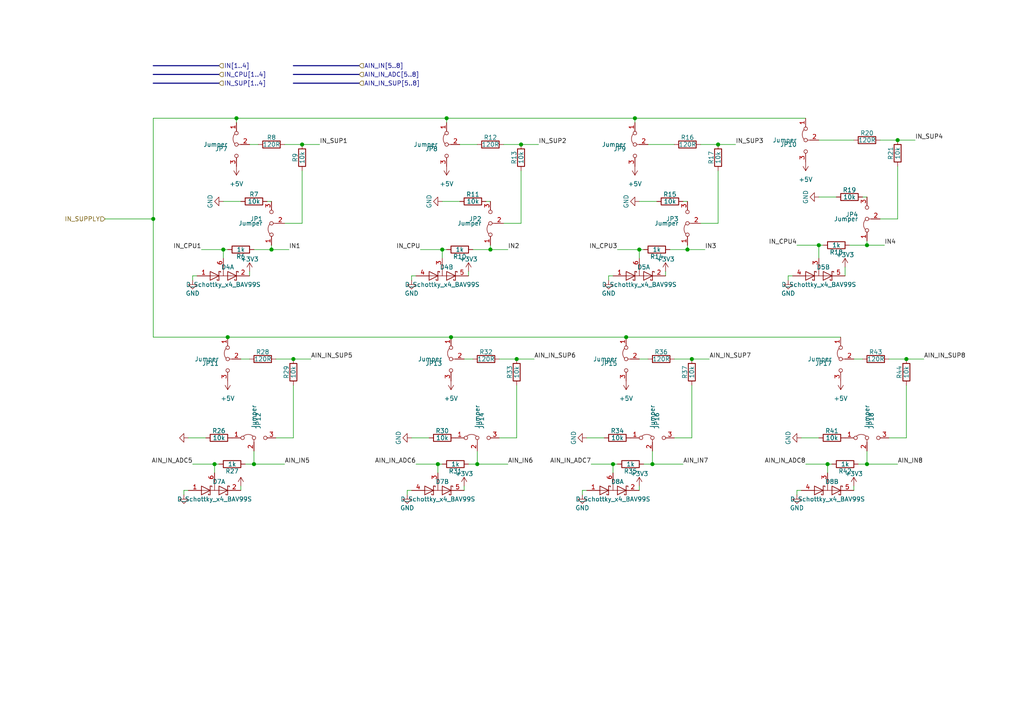
<source format=kicad_sch>
(kicad_sch (version 20201015) (generator eeschema)
  (page 1 12)
  (paper "A4")
  (title_block (title "Uni printer") (date "2020-04-30") (rev "2.0") (company "Kartech") (comment 1 "jaroslaw.karwik@gmail.com"))
  (lib_symbols
    (symbol "Uni_Printer-rescue:+5V-power" (power) (pin_names (offset 0))
      (property "Value" "+5V-power" (at 0 3.556 0))
      (symbol "+5V-power_0_1"
        (polyline (pts (xy -0.762 1.27) (xy 0 2.54)))
        (polyline (pts (xy 0 0) (xy 0 2.54)))
        (polyline (pts (xy 0 2.54) (xy 0.762 1.27)))
      )
      (symbol "+5V-power_1_1"
        (pin power_in line (at 0 0 90) (length 0) hide (name "+5V") (number "1"))
      )
    )
    (symbol "Uni_Printer-rescue:D_Schottky_x4_BAV99S-RESCUE-step2cnc-Sensor_tank_v1-rescue-Uni_General_v1-rescue-Uni_Printer_v1-rescue" (pin_names (offset 0.762) hide)
      (property "Reference" "D" (at 1.27 -2.54 0))
      (property "Value" "D_Schottky_x4_BAV99S-RESCUE-step2cnc-Sensor_tank_v1-rescue-Uni_General_v1-rescue-Uni_Printer_v1-rescue" (at 0 2.54 0))
      (symbol "D_Schottky_x4_BAV99S-RESCUE-step2cnc-Sensor_tank_v1-rescue-Uni_General_v1-rescue-Uni_Printer_v1-rescue_0_1"
        (polyline (pts (xy 0 0) (xy 0 -2.54)))
        (polyline (pts (xy 3.81 0) (xy -3.81 0)))
        (polyline (pts (xy -1.27 -1.27) (xy -1.27 1.27) (xy -1.27 1.27)) (stroke (width 0.2032)))
        (polyline (pts (xy 3.81 1.27) (xy 3.81 -1.27) (xy 3.81 -1.27)) (stroke (width 0.2032)))
        (polyline (pts (xy -1.27 -1.27) (xy -0.762 -1.27) (xy -0.762 -1.016) (xy -0.762 -1.016)) (stroke (width 0.2032)))
        (polyline (pts (xy 3.81 -1.27) (xy 4.318 -1.27) (xy 4.318 -1.016) (xy 4.318 -1.016)) (stroke (width 0.2032)))
        (polyline (pts (xy 3.81 1.27) (xy 3.302 1.27) (xy 3.302 1.016) (xy 3.302 1.016)) (stroke (width 0.2032)))
        (polyline (pts (xy -1.778 1.016) (xy -1.778 1.27) (xy -1.27 1.27) (xy -1.27 1.27) (xy -1.27 1.27)) (stroke (width 0.2032)))
        (polyline (pts (xy -3.81 1.27) (xy -1.27 0) (xy -3.81 -1.27) (xy -3.81 1.27) (xy -3.81 1.27) (xy -3.81 1.27)) (stroke (width 0.2032)))
        (polyline (pts (xy 1.27 1.27) (xy 3.81 0) (xy 1.27 -1.27) (xy 1.27 1.27) (xy 1.27 1.27) (xy 1.27 1.27)) (stroke (width 0.2032)))
      )
      (symbol "D_Schottky_x4_BAV99S-RESCUE-step2cnc-Sensor_tank_v1-rescue-Uni_General_v1-rescue-Uni_Printer_v1-rescue_1_1"
        (pin passive line (at -7.62 0 0) (length 3.81) (name "A") (number "1"))
        (pin passive line (at 7.62 0 180) (length 3.81) (name "K") (number "2"))
        (pin passive line (at 0 -5.08 90) (length 2.54) (name "C") (number "6"))
      )
      (symbol "D_Schottky_x4_BAV99S-RESCUE-step2cnc-Sensor_tank_v1-rescue-Uni_General_v1-rescue-Uni_Printer_v1-rescue_2_1"
        (pin passive line (at 0 -5.08 90) (length 2.54) (name "C") (number "3"))
        (pin passive line (at -7.62 0 0) (length 3.81) (name "A") (number "4"))
        (pin passive line (at 7.62 0 180) (length 3.81) (name "K") (number "5"))
      )
    )
    (symbol "Uni_Printer-rescue:GND-Sensor_tank_v1-rescue-Uni_General_v1-rescue-Uni_Printer_v1-rescue" (power) (pin_names (offset 0))
      (property "Value" "GND-Sensor_tank_v1-rescue-Uni_General_v1-rescue-Uni_Printer_v1-rescue" (at 0 -3.81 0))
      (symbol "GND-Sensor_tank_v1-rescue-Uni_General_v1-rescue-Uni_Printer_v1-rescue_0_1"
        (polyline (pts (xy 0 0) (xy 0 -1.27) (xy 1.27 -1.27) (xy 0 -2.54) (xy -1.27 -1.27) (xy 0 -1.27)))
      )
      (symbol "GND-Sensor_tank_v1-rescue-Uni_General_v1-rescue-Uni_Printer_v1-rescue_1_1"
        (pin power_in line (at 0 0 270) (length 0) hide (name "GND") (number "1"))
      )
    )
    (symbol "Uni_Printer-rescue:Jumper_3_Bridged12-Jumper" (pin_names (offset 0) hide)
      (property "Reference" "JP" (at -2.54 -2.54 0))
      (property "Value" "Jumper_3_Bridged12-Jumper" (at 0 2.794 0))
      (symbol "Jumper_3_Bridged12-Jumper_0_0"
        (circle (center -3.302 0) (radius 0.508))
        (circle (center 0 0) (radius 0.508))
        (circle (center 3.302 0) (radius 0.508))
      )
      (symbol "Jumper_3_Bridged12-Jumper_0_1"
        (arc (start -3.048 0.508) (end -0.254 0.508) (radius (at -1.651 -1.27) (length 2.2606) (angles 128.2 51.8)))
        (polyline (pts (xy 0 -1.27) (xy 0 -0.508)))
      )
      (symbol "Jumper_3_Bridged12-Jumper_1_1"
        (pin passive line (at -6.35 0 0) (length 2.54) (name "A") (number "1"))
        (pin input line (at 0 -3.81 90) (length 2.54) (name "C") (number "2"))
        (pin passive line (at 6.35 0 180) (length 2.54) (name "B") (number "3"))
      )
    )
    (symbol "Uni_Printer-rescue:R-Sensor_tank_v1-rescue-Uni_General_v1-rescue-Uni_Printer_v1-rescue" (pin_numbers hide) (pin_names (offset 0))
      (property "Reference" "R" (at 2.032 0 90))
      (property "Value" "R-Sensor_tank_v1-rescue-Uni_General_v1-rescue-Uni_Printer_v1-rescue" (at 0 0 90))
      (symbol "R-Sensor_tank_v1-rescue-Uni_General_v1-rescue-Uni_Printer_v1-rescue_0_1"
        (rectangle (start -1.016 -2.54) (end 1.016 2.54) (stroke (width 0.254)))
      )
      (symbol "R-Sensor_tank_v1-rescue-Uni_General_v1-rescue-Uni_Printer_v1-rescue_1_1"
        (pin passive line (at 0 3.81 270) (length 1.27) (name "~") (number "1"))
        (pin passive line (at 0 -3.81 90) (length 1.27) (name "~") (number "2"))
      )
    )
    (symbol "power:+3V3" (power) (pin_names (offset 0))
      (property "Value" "+3V3" (at 0 3.556 0))
      (symbol "+3V3_0_1"
        (polyline (pts (xy -0.762 1.27) (xy 0 2.54)))
        (polyline (pts (xy 0 0) (xy 0 2.54)))
        (polyline (pts (xy 0 2.54) (xy 0.762 1.27)))
      )
      (symbol "+3V3_1_1"
        (pin power_in line (at 0 0 90) (length 0) hide (name "+3V3") (number "1"))
      )
    )
  )
  (junction (at 44.45 63.5) (diameter 1.016))
  (junction (at 62.23 134.62) (diameter 1.016))
  (junction (at 64.77 72.39) (diameter 1.016))
  (junction (at 66.04 97.79) (diameter 1.016))
  (junction (at 68.58 34.29) (diameter 1.016))
  (junction (at 73.66 134.62) (diameter 1.016))
  (junction (at 78.74 72.39) (diameter 1.016))
  (junction (at 85.09 104.14) (diameter 1.016))
  (junction (at 87.63 41.91) (diameter 1.016))
  (junction (at 127 134.62) (diameter 1.016))
  (junction (at 128.27 72.39) (diameter 1.016))
  (junction (at 129.54 34.29) (diameter 1.016))
  (junction (at 130.81 97.79) (diameter 1.016))
  (junction (at 138.43 134.62) (diameter 1.016))
  (junction (at 142.24 72.39) (diameter 1.016))
  (junction (at 149.86 104.14) (diameter 1.016))
  (junction (at 151.13 41.91) (diameter 1.016))
  (junction (at 177.8 134.62) (diameter 1.016))
  (junction (at 181.61 97.79) (diameter 1.016))
  (junction (at 184.15 34.29) (diameter 1.016))
  (junction (at 185.42 72.39) (diameter 1.016))
  (junction (at 189.23 134.62) (diameter 1.016))
  (junction (at 199.39 72.39) (diameter 1.016))
  (junction (at 200.66 104.14) (diameter 1.016))
  (junction (at 208.28 41.91) (diameter 1.016))
  (junction (at 237.49 71.12) (diameter 1.016))
  (junction (at 240.03 134.62) (diameter 1.016))
  (junction (at 251.46 71.12) (diameter 1.016))
  (junction (at 251.46 134.62) (diameter 1.016))
  (junction (at 260.35 40.64) (diameter 1.016))
  (junction (at 262.89 104.14) (diameter 1.016))
  (wire (pts (xy 30.48 63.5) (xy 44.45 63.5)))
  (wire (pts (xy 44.45 34.29) (xy 44.45 63.5)))
  (wire (pts (xy 44.45 63.5) (xy 44.45 97.79)))
  (wire (pts (xy 44.45 97.79) (xy 66.04 97.79)))
  (wire (pts (xy 53.34 142.24) (xy 53.34 143.51)))
  (wire (pts (xy 54.61 142.24) (xy 53.34 142.24)))
  (wire (pts (xy 55.88 80.01) (xy 55.88 81.28)))
  (wire (pts (xy 55.88 134.62) (xy 62.23 134.62)))
  (wire (pts (xy 57.15 80.01) (xy 55.88 80.01)))
  (wire (pts (xy 58.42 72.39) (xy 64.77 72.39)))
  (wire (pts (xy 59.69 127) (xy 54.61 127)))
  (wire (pts (xy 62.23 134.62) (xy 62.23 137.16)))
  (wire (pts (xy 62.23 134.62) (xy 63.5 134.62)))
  (wire (pts (xy 64.77 72.39) (xy 64.77 74.93)))
  (wire (pts (xy 64.77 72.39) (xy 66.04 72.39)))
  (wire (pts (xy 66.04 97.79) (xy 130.81 97.79)))
  (wire (pts (xy 68.58 34.29) (xy 44.45 34.29)))
  (wire (pts (xy 68.58 34.29) (xy 68.58 35.56)))
  (wire (pts (xy 69.85 58.42) (xy 64.77 58.42)))
  (wire (pts (xy 69.85 104.14) (xy 72.39 104.14)))
  (wire (pts (xy 69.85 142.24) (xy 69.85 140.97)))
  (wire (pts (xy 71.12 134.62) (xy 73.66 134.62)))
  (wire (pts (xy 72.39 41.91) (xy 74.93 41.91)))
  (wire (pts (xy 72.39 80.01) (xy 72.39 78.74)))
  (wire (pts (xy 73.66 72.39) (xy 78.74 72.39)))
  (wire (pts (xy 73.66 130.81) (xy 73.66 134.62)))
  (wire (pts (xy 73.66 134.62) (xy 82.55 134.62)))
  (wire (pts (xy 78.74 58.42) (xy 77.47 58.42)))
  (wire (pts (xy 78.74 71.12) (xy 78.74 72.39)))
  (wire (pts (xy 78.74 72.39) (xy 83.82 72.39)))
  (wire (pts (xy 80.01 104.14) (xy 85.09 104.14)))
  (wire (pts (xy 80.01 127) (xy 85.09 127)))
  (wire (pts (xy 82.55 41.91) (xy 87.63 41.91)))
  (wire (pts (xy 82.55 64.77) (xy 87.63 64.77)))
  (wire (pts (xy 85.09 104.14) (xy 90.17 104.14)))
  (wire (pts (xy 85.09 127) (xy 85.09 111.76)))
  (wire (pts (xy 87.63 41.91) (xy 92.71 41.91)))
  (wire (pts (xy 87.63 64.77) (xy 87.63 49.53)))
  (wire (pts (xy 118.11 142.24) (xy 118.11 143.51)))
  (wire (pts (xy 119.38 80.01) (xy 119.38 81.28)))
  (wire (pts (xy 119.38 142.24) (xy 118.11 142.24)))
  (wire (pts (xy 120.65 80.01) (xy 119.38 80.01)))
  (wire (pts (xy 120.65 134.62) (xy 127 134.62)))
  (wire (pts (xy 121.92 72.39) (xy 128.27 72.39)))
  (wire (pts (xy 124.46 127) (xy 119.38 127)))
  (wire (pts (xy 127 134.62) (xy 127 137.16)))
  (wire (pts (xy 127 134.62) (xy 128.27 134.62)))
  (wire (pts (xy 128.27 72.39) (xy 128.27 74.93)))
  (wire (pts (xy 128.27 72.39) (xy 129.54 72.39)))
  (wire (pts (xy 129.54 34.29) (xy 68.58 34.29)))
  (wire (pts (xy 129.54 34.29) (xy 129.54 35.56)))
  (wire (pts (xy 130.81 97.79) (xy 181.61 97.79)))
  (wire (pts (xy 133.35 41.91) (xy 138.43 41.91)))
  (wire (pts (xy 133.35 58.42) (xy 128.27 58.42)))
  (wire (pts (xy 134.62 104.14) (xy 137.16 104.14)))
  (wire (pts (xy 134.62 142.24) (xy 134.62 140.97)))
  (wire (pts (xy 135.89 80.01) (xy 135.89 78.74)))
  (wire (pts (xy 135.89 134.62) (xy 138.43 134.62)))
  (wire (pts (xy 137.16 72.39) (xy 142.24 72.39)))
  (wire (pts (xy 138.43 130.81) (xy 138.43 134.62)))
  (wire (pts (xy 138.43 134.62) (xy 147.32 134.62)))
  (wire (pts (xy 142.24 58.42) (xy 140.97 58.42)))
  (wire (pts (xy 142.24 71.12) (xy 142.24 72.39)))
  (wire (pts (xy 142.24 72.39) (xy 147.32 72.39)))
  (wire (pts (xy 144.78 104.14) (xy 149.86 104.14)))
  (wire (pts (xy 144.78 127) (xy 149.86 127)))
  (wire (pts (xy 146.05 41.91) (xy 151.13 41.91)))
  (wire (pts (xy 146.05 64.77) (xy 151.13 64.77)))
  (wire (pts (xy 149.86 104.14) (xy 154.94 104.14)))
  (wire (pts (xy 149.86 127) (xy 149.86 111.76)))
  (wire (pts (xy 151.13 41.91) (xy 156.21 41.91)))
  (wire (pts (xy 151.13 64.77) (xy 151.13 49.53)))
  (wire (pts (xy 168.91 142.24) (xy 168.91 143.51)))
  (wire (pts (xy 170.18 142.24) (xy 168.91 142.24)))
  (wire (pts (xy 171.45 134.62) (xy 177.8 134.62)))
  (wire (pts (xy 175.26 127) (xy 170.18 127)))
  (wire (pts (xy 176.53 80.01) (xy 176.53 81.28)))
  (wire (pts (xy 177.8 80.01) (xy 176.53 80.01)))
  (wire (pts (xy 177.8 134.62) (xy 177.8 137.16)))
  (wire (pts (xy 177.8 134.62) (xy 179.07 134.62)))
  (wire (pts (xy 179.07 72.39) (xy 185.42 72.39)))
  (wire (pts (xy 181.61 97.79) (xy 243.84 97.79)))
  (wire (pts (xy 184.15 34.29) (xy 129.54 34.29)))
  (wire (pts (xy 184.15 34.29) (xy 184.15 35.56)))
  (wire (pts (xy 185.42 72.39) (xy 185.42 74.93)))
  (wire (pts (xy 185.42 72.39) (xy 186.69 72.39)))
  (wire (pts (xy 185.42 104.14) (xy 187.96 104.14)))
  (wire (pts (xy 185.42 142.24) (xy 185.42 140.97)))
  (wire (pts (xy 186.69 134.62) (xy 189.23 134.62)))
  (wire (pts (xy 187.96 41.91) (xy 195.58 41.91)))
  (wire (pts (xy 189.23 130.81) (xy 189.23 134.62)))
  (wire (pts (xy 189.23 134.62) (xy 198.12 134.62)))
  (wire (pts (xy 190.5 58.42) (xy 185.42 58.42)))
  (wire (pts (xy 193.04 80.01) (xy 193.04 78.74)))
  (wire (pts (xy 194.31 72.39) (xy 199.39 72.39)))
  (wire (pts (xy 195.58 104.14) (xy 200.66 104.14)))
  (wire (pts (xy 195.58 127) (xy 200.66 127)))
  (wire (pts (xy 199.39 58.42) (xy 198.12 58.42)))
  (wire (pts (xy 199.39 71.12) (xy 199.39 72.39)))
  (wire (pts (xy 199.39 72.39) (xy 204.47 72.39)))
  (wire (pts (xy 200.66 104.14) (xy 205.74 104.14)))
  (wire (pts (xy 200.66 127) (xy 200.66 111.76)))
  (wire (pts (xy 203.2 41.91) (xy 208.28 41.91)))
  (wire (pts (xy 203.2 64.77) (xy 208.28 64.77)))
  (wire (pts (xy 208.28 41.91) (xy 213.36 41.91)))
  (wire (pts (xy 208.28 64.77) (xy 208.28 49.53)))
  (wire (pts (xy 228.6 80.01) (xy 228.6 81.28)))
  (wire (pts (xy 229.87 80.01) (xy 228.6 80.01)))
  (wire (pts (xy 231.14 71.12) (xy 237.49 71.12)))
  (wire (pts (xy 231.14 142.24) (xy 231.14 143.51)))
  (wire (pts (xy 232.41 142.24) (xy 231.14 142.24)))
  (wire (pts (xy 233.68 34.29) (xy 184.15 34.29)))
  (wire (pts (xy 233.68 134.62) (xy 240.03 134.62)))
  (wire (pts (xy 237.49 40.64) (xy 247.65 40.64)))
  (wire (pts (xy 237.49 71.12) (xy 237.49 74.93)))
  (wire (pts (xy 237.49 71.12) (xy 238.76 71.12)))
  (wire (pts (xy 237.49 127) (xy 232.41 127)))
  (wire (pts (xy 240.03 134.62) (xy 240.03 137.16)))
  (wire (pts (xy 240.03 134.62) (xy 241.3 134.62)))
  (wire (pts (xy 242.57 57.15) (xy 237.49 57.15)))
  (wire (pts (xy 245.11 77.47) (xy 245.11 80.01)))
  (wire (pts (xy 246.38 71.12) (xy 251.46 71.12)))
  (wire (pts (xy 247.65 104.14) (xy 250.19 104.14)))
  (wire (pts (xy 247.65 142.24) (xy 247.65 140.97)))
  (wire (pts (xy 248.92 134.62) (xy 251.46 134.62)))
  (wire (pts (xy 251.46 57.15) (xy 250.19 57.15)))
  (wire (pts (xy 251.46 69.85) (xy 251.46 71.12)))
  (wire (pts (xy 251.46 71.12) (xy 256.54 71.12)))
  (wire (pts (xy 251.46 130.81) (xy 251.46 134.62)))
  (wire (pts (xy 251.46 134.62) (xy 260.35 134.62)))
  (wire (pts (xy 255.27 40.64) (xy 260.35 40.64)))
  (wire (pts (xy 255.27 63.5) (xy 260.35 63.5)))
  (wire (pts (xy 257.81 104.14) (xy 262.89 104.14)))
  (wire (pts (xy 257.81 127) (xy 262.89 127)))
  (wire (pts (xy 260.35 40.64) (xy 265.43 40.64)))
  (wire (pts (xy 260.35 63.5) (xy 260.35 48.26)))
  (wire (pts (xy 262.89 104.14) (xy 267.97 104.14)))
  (wire (pts (xy 262.89 127) (xy 262.89 111.76)))
  (bus (pts (xy 44.45 19.05) (xy 63.5 19.05)))
  (bus (pts (xy 44.45 21.59) (xy 63.5 21.59)))
  (bus (pts (xy 44.45 24.13) (xy 63.5 24.13)))
  (bus (pts (xy 85.09 19.05) (xy 104.14 19.05)))
  (bus (pts (xy 85.09 21.59) (xy 104.14 21.59)))
  (bus (pts (xy 85.09 24.13) (xy 104.14 24.13)))
  (label "AIN_IN_ADC5" (at 55.88 134.62 180))
  (label "IN_CPU1" (at 58.42 72.39 180))
  (label "AIN_IN5" (at 82.55 134.62 0))
  (label "IN1" (at 83.82 72.39 0))
  (label "AIN_IN_SUP5" (at 90.17 104.14 0))
  (label "IN_SUP1" (at 92.71 41.91 0))
  (label "AIN_IN_ADC6" (at 120.65 134.62 180))
  (label "IN_CPU" (at 121.92 72.39 180))
  (label "IN2" (at 147.32 72.39 0))
  (label "AIN_IN6" (at 147.32 134.62 0))
  (label "AIN_IN_SUP6" (at 154.94 104.14 0))
  (label "IN_SUP2" (at 156.21 41.91 0))
  (label "AIN_IN_ADC7" (at 171.45 134.62 180))
  (label "IN_CPU3" (at 179.07 72.39 180))
  (label "AIN_IN7" (at 198.12 134.62 0))
  (label "IN3" (at 204.47 72.39 0))
  (label "AIN_IN_SUP7" (at 205.74 104.14 0))
  (label "IN_SUP3" (at 213.36 41.91 0))
  (label "IN_CPU4" (at 231.14 71.12 180))
  (label "AIN_IN_ADC8" (at 233.68 134.62 180))
  (label "IN4" (at 256.54 71.12 0))
  (label "AIN_IN8" (at 260.35 134.62 0))
  (label "IN_SUP4" (at 265.43 40.64 0))
  (label "AIN_IN_SUP8" (at 267.97 104.14 0))
  (hierarchical_label "IN_SUPPLY" (shape input) (at 30.48 63.5 180))
  (hierarchical_label "IN[1..4]" (shape input) (at 63.5 19.05 0))
  (hierarchical_label "IN_CPU[1..4]" (shape input) (at 63.5 21.59 0))
  (hierarchical_label "IN_SUP[1..4]" (shape input) (at 63.5 24.13 0))
  (hierarchical_label "AIN_IN[5..8]" (shape input) (at 104.14 19.05 0))
  (hierarchical_label "AIN_IN_ADC[5..8]" (shape input) (at 104.14 21.59 0))
  (hierarchical_label "AIN_IN_SUP[5..8]" (shape input) (at 104.14 24.13 0))
  (symbol (lib_id "Uni_Printer-rescue:+5V-power") (at 66.04 110.49 180) (unit 1)
    (property "Reference" "#PWR07" (effects hide))
    (property "Value" "+5V" (at 66.04 115.57 0))
  )
  (symbol (lib_id "Uni_Printer-rescue:+5V-power") (at 68.58 48.26 180) (unit 1)
    (property "Reference" "#PWR0132" (effects hide))
    (property "Value" "+5V" (at 68.58 53.34 0))
  )
  (symbol (lib_id "power:+3V3") (at 69.85 140.97 0) (unit 1)
    (property "Reference" "#PWR08" (effects hide))
    (property "Value" "+3V3" (effects hide))
  )
  (symbol (lib_id "power:+3V3") (at 72.39 78.74 0) (unit 1)
    (property "Reference" "#PWR066" (effects hide))
    (property "Value" "+3V3" (at 72.39 75.184 0))
  )
  (symbol (lib_id "Uni_Printer-rescue:+5V-power") (at 129.54 48.26 180) (unit 1)
    (property "Reference" "#PWR0136" (effects hide))
    (property "Value" "+5V" (at 129.54 53.34 0))
  )
  (symbol (lib_id "Uni_Printer-rescue:+5V-power") (at 130.81 110.49 180) (unit 1)
    (property "Reference" "#PWR013" (effects hide))
    (property "Value" "+5V" (at 130.81 115.57 0))
  )
  (symbol (lib_id "power:+3V3") (at 134.62 140.97 0) (unit 1)
    (property "Reference" "#PWR014" (effects hide))
    (property "Value" "+3V3" (at 134.62 137.414 0))
  )
  (symbol (lib_id "power:+3V3") (at 135.89 78.74 0) (unit 1)
    (property "Reference" "#PWR070" (effects hide))
    (property "Value" "+3V3" (at 135.89 75.184 0))
  )
  (symbol (lib_id "Uni_Printer-rescue:+5V-power") (at 181.61 110.49 180) (unit 1)
    (property "Reference" "#PWR017" (effects hide))
    (property "Value" "+5V" (at 181.61 115.57 0))
  )
  (symbol (lib_id "Uni_Printer-rescue:+5V-power") (at 184.15 48.26 180) (unit 1)
    (property "Reference" "#PWR0134" (effects hide))
    (property "Value" "+5V" (at 184.15 53.34 0))
  )
  (symbol (lib_id "power:+3V3") (at 185.42 140.97 0) (unit 1)
    (property "Reference" "#PWR018" (effects hide))
    (property "Value" "+3V3" (at 185.42 137.414 0))
  )
  (symbol (lib_id "power:+3V3") (at 193.04 78.74 0) (unit 1)
    (property "Reference" "#PWR074" (effects hide))
    (property "Value" "+3V3" (at 193.04 75.184 0))
  )
  (symbol (lib_id "Uni_Printer-rescue:+5V-power") (at 233.68 46.99 180) (unit 1)
    (property "Reference" "#PWR0131" (effects hide))
    (property "Value" "+5V" (at 233.68 52.07 0))
  )
  (symbol (lib_id "Uni_Printer-rescue:+5V-power") (at 243.84 110.49 180) (unit 1)
    (property "Reference" "#PWR021" (effects hide))
    (property "Value" "+5V" (at 243.84 115.57 0))
  )
  (symbol (lib_id "power:+3V3") (at 245.11 77.47 0) (unit 1)
    (property "Reference" "#PWR078" (effects hide))
    (property "Value" "+3V3" (at 245.11 73.914 0))
  )
  (symbol (lib_id "power:+3V3") (at 247.65 140.97 0) (unit 1)
    (property "Reference" "#PWR022" (effects hide))
    (property "Value" "+3V3" (at 247.65 137.414 0))
  )
  (symbol (lib_id "Uni_Printer-rescue:GND-Sensor_tank_v1-rescue-Uni_General_v1-rescue-Uni_Printer_v1-rescue") (at 53.34 143.51 0) (unit 1)
    (property "Reference" "#PWR05" (effects hide))
    (property "Value" "GND-Sensor_tank_v1-rescue-Uni_General_v1-rescue-Uni_Printer_v1-rescue" (effects hide))
  )
  (symbol (lib_id "Uni_Printer-rescue:GND-Sensor_tank_v1-rescue-Uni_General_v1-rescue-Uni_Printer_v1-rescue") (at 54.61 127 270) (unit 1)
    (property "Reference" "#PWR06" (effects hide))
    (property "Value" "GND-Sensor_tank_v1-rescue-Uni_General_v1-rescue-Uni_Printer_v1-rescue" (effects hide))
  )
  (symbol (lib_id "Uni_Printer-rescue:GND-Sensor_tank_v1-rescue-Uni_General_v1-rescue-Uni_Printer_v1-rescue") (at 55.88 81.28 0) (unit 1)
    (property "Reference" "#PWR063" (effects hide))
    (property "Value" "GND" (at 55.88 85.09 0))
  )
  (symbol (lib_id "Uni_Printer-rescue:GND-Sensor_tank_v1-rescue-Uni_General_v1-rescue-Uni_Printer_v1-rescue") (at 64.77 58.42 270) (unit 1)
    (property "Reference" "#PWR064" (effects hide))
    (property "Value" "GND" (at 60.96 58.42 0))
  )
  (symbol (lib_id "Uni_Printer-rescue:GND-Sensor_tank_v1-rescue-Uni_General_v1-rescue-Uni_Printer_v1-rescue") (at 118.11 143.51 0) (unit 1)
    (property "Reference" "#PWR09" (effects hide))
    (property "Value" "GND" (at 118.11 147.32 0))
  )
  (symbol (lib_id "Uni_Printer-rescue:GND-Sensor_tank_v1-rescue-Uni_General_v1-rescue-Uni_Printer_v1-rescue") (at 119.38 81.28 0) (unit 1)
    (property "Reference" "#PWR067" (effects hide))
    (property "Value" "GND" (at 119.38 85.09 0))
  )
  (symbol (lib_id "Uni_Printer-rescue:GND-Sensor_tank_v1-rescue-Uni_General_v1-rescue-Uni_Printer_v1-rescue") (at 119.38 127 270) (unit 1)
    (property "Reference" "#PWR010" (effects hide))
    (property "Value" "GND" (at 115.57 127 0))
  )
  (symbol (lib_id "Uni_Printer-rescue:GND-Sensor_tank_v1-rescue-Uni_General_v1-rescue-Uni_Printer_v1-rescue") (at 128.27 58.42 270) (unit 1)
    (property "Reference" "#PWR068" (effects hide))
    (property "Value" "GND" (at 124.46 58.42 0))
  )
  (symbol (lib_id "Uni_Printer-rescue:GND-Sensor_tank_v1-rescue-Uni_General_v1-rescue-Uni_Printer_v1-rescue") (at 168.91 143.51 0) (unit 1)
    (property "Reference" "#PWR015" (effects hide))
    (property "Value" "GND" (at 168.91 147.32 0))
  )
  (symbol (lib_id "Uni_Printer-rescue:GND-Sensor_tank_v1-rescue-Uni_General_v1-rescue-Uni_Printer_v1-rescue") (at 170.18 127 270) (unit 1)
    (property "Reference" "#PWR016" (effects hide))
    (property "Value" "GND" (at 166.37 127 0))
  )
  (symbol (lib_id "Uni_Printer-rescue:GND-Sensor_tank_v1-rescue-Uni_General_v1-rescue-Uni_Printer_v1-rescue") (at 176.53 81.28 0) (unit 1)
    (property "Reference" "#PWR071" (effects hide))
    (property "Value" "GND" (at 176.53 85.09 0))
  )
  (symbol (lib_id "Uni_Printer-rescue:GND-Sensor_tank_v1-rescue-Uni_General_v1-rescue-Uni_Printer_v1-rescue") (at 185.42 58.42 270) (unit 1)
    (property "Reference" "#PWR072" (effects hide))
    (property "Value" "GND" (at 181.61 58.42 0))
  )
  (symbol (lib_id "Uni_Printer-rescue:GND-Sensor_tank_v1-rescue-Uni_General_v1-rescue-Uni_Printer_v1-rescue") (at 228.6 81.28 0) (unit 1)
    (property "Reference" "#PWR075" (effects hide))
    (property "Value" "GND" (at 228.6 85.09 0))
  )
  (symbol (lib_id "Uni_Printer-rescue:GND-Sensor_tank_v1-rescue-Uni_General_v1-rescue-Uni_Printer_v1-rescue") (at 231.14 143.51 0) (unit 1)
    (property "Reference" "#PWR019" (effects hide))
    (property "Value" "GND" (at 231.14 147.32 0))
  )
  (symbol (lib_id "Uni_Printer-rescue:GND-Sensor_tank_v1-rescue-Uni_General_v1-rescue-Uni_Printer_v1-rescue") (at 232.41 127 270) (unit 1)
    (property "Reference" "#PWR020" (effects hide))
    (property "Value" "GND" (at 228.6 127 0))
  )
  (symbol (lib_id "Uni_Printer-rescue:GND-Sensor_tank_v1-rescue-Uni_General_v1-rescue-Uni_Printer_v1-rescue") (at 237.49 57.15 270) (unit 1)
    (property "Reference" "#PWR076" (effects hide))
    (property "Value" "GND" (at 233.68 57.15 0))
  )
  (symbol (lib_id "Uni_Printer-rescue:R-Sensor_tank_v1-rescue-Uni_General_v1-rescue-Uni_Printer_v1-rescue") (at 63.5 127 90) (unit 1)
    (property "Reference" "R26" (at 63.5 124.968 90))
    (property "Value" "10k" (at 63.5 127 90))
    (property "Footprint" "Resistor_SMD:R_0603_1608Metric" (effects hide))
    (property "TME" "SMD0603-680R-1%" (effects hide))
  )
  (symbol (lib_id "Uni_Printer-rescue:R-Sensor_tank_v1-rescue-Uni_General_v1-rescue-Uni_Printer_v1-rescue") (at 67.31 134.62 270) (unit 1)
    (property "Reference" "R27" (at 67.31 136.652 90))
    (property "Value" "1k" (at 67.31 134.62 90))
    (property "Footprint" "Resistor_SMD:R_0603_1608Metric" (effects hide))
    (property "TME" "HP03-1K5%" (effects hide))
  )
  (symbol (lib_id "Uni_Printer-rescue:R-Sensor_tank_v1-rescue-Uni_General_v1-rescue-Uni_Printer_v1-rescue") (at 69.85 72.39 270) (unit 1)
    (property "Reference" "R6" (at 69.85 74.422 90))
    (property "Value" "1k" (at 69.85 72.39 90))
    (property "Footprint" "Resistor_SMD:R_0603_1608Metric" (effects hide))
    (property "TME" "HP03-1K5%" (effects hide))
  )
  (symbol (lib_id "Uni_Printer-rescue:R-Sensor_tank_v1-rescue-Uni_General_v1-rescue-Uni_Printer_v1-rescue") (at 73.66 58.42 90) (unit 1)
    (property "Reference" "R7" (at 73.66 56.388 90))
    (property "Value" "10k" (at 73.66 58.42 90))
    (property "Footprint" "Resistor_SMD:R_0603_1608Metric" (effects hide))
    (property "TME" "SMD0603-680R-1%" (effects hide))
  )
  (symbol (lib_id "Uni_Printer-rescue:R-Sensor_tank_v1-rescue-Uni_General_v1-rescue-Uni_Printer_v1-rescue") (at 76.2 104.14 90) (unit 1)
    (property "Reference" "R28" (at 76.2 102.108 90))
    (property "Value" "120R" (at 76.2 104.14 90))
    (property "Footprint" "Resistor_SMD:R_0603_1608Metric" (effects hide))
    (property "TME" "CRCW06030000Z0TABC" (effects hide))
  )
  (symbol (lib_id "Uni_Printer-rescue:R-Sensor_tank_v1-rescue-Uni_General_v1-rescue-Uni_Printer_v1-rescue") (at 78.74 41.91 90) (unit 1)
    (property "Reference" "R8" (at 78.74 39.878 90))
    (property "Value" "120R" (at 78.74 41.91 90))
    (property "Footprint" "Resistor_SMD:R_0603_1608Metric" (effects hide))
    (property "TME" "CRCW06030000Z0TABC" (effects hide))
  )
  (symbol (lib_id "Uni_Printer-rescue:R-Sensor_tank_v1-rescue-Uni_General_v1-rescue-Uni_Printer_v1-rescue") (at 85.09 107.95 180) (unit 1)
    (property "Reference" "R29" (at 83.058 107.95 90))
    (property "Value" "10k" (at 85.09 107.95 90))
    (property "Footprint" "Resistor_SMD:R_0603_1608Metric" (effects hide))
    (property "TME" "SMD0603-680R-1%" (effects hide))
  )
  (symbol (lib_id "Uni_Printer-rescue:R-Sensor_tank_v1-rescue-Uni_General_v1-rescue-Uni_Printer_v1-rescue") (at 87.63 45.72 180) (unit 1)
    (property "Reference" "R9" (at 85.598 45.72 90))
    (property "Value" "10k" (at 87.63 45.72 90))
    (property "Footprint" "Resistor_SMD:R_0603_1608Metric" (effects hide))
    (property "TME" "SMD0603-680R-1%" (effects hide))
  )
  (symbol (lib_id "Uni_Printer-rescue:R-Sensor_tank_v1-rescue-Uni_General_v1-rescue-Uni_Printer_v1-rescue") (at 128.27 127 90) (unit 1)
    (property "Reference" "R30" (at 128.27 124.968 90))
    (property "Value" "10k" (at 128.27 127 90))
    (property "Footprint" "Resistor_SMD:R_0603_1608Metric" (effects hide))
    (property "TME" "SMD0603-680R-1%" (effects hide))
  )
  (symbol (lib_id "Uni_Printer-rescue:R-Sensor_tank_v1-rescue-Uni_General_v1-rescue-Uni_Printer_v1-rescue") (at 132.08 134.62 270) (unit 1)
    (property "Reference" "R31" (at 132.08 136.652 90))
    (property "Value" "1k" (at 132.08 134.62 90))
    (property "Footprint" "Resistor_SMD:R_0603_1608Metric" (effects hide))
    (property "TME" "HP03-1K5%" (effects hide))
  )
  (symbol (lib_id "Uni_Printer-rescue:R-Sensor_tank_v1-rescue-Uni_General_v1-rescue-Uni_Printer_v1-rescue") (at 133.35 72.39 270) (unit 1)
    (property "Reference" "R10" (at 133.35 74.422 90))
    (property "Value" "1k" (at 133.35 72.39 90))
    (property "Footprint" "Resistor_SMD:R_0603_1608Metric" (effects hide))
    (property "TME" "WF06P-120R-5% " (effects hide))
  )
  (symbol (lib_id "Uni_Printer-rescue:R-Sensor_tank_v1-rescue-Uni_General_v1-rescue-Uni_Printer_v1-rescue") (at 137.16 58.42 90) (unit 1)
    (property "Reference" "R11" (at 137.16 56.388 90))
    (property "Value" "10k" (at 137.16 58.42 90))
    (property "Footprint" "Resistor_SMD:R_0603_1608Metric" (effects hide))
    (property "TME" "WF06P-120R-5% " (effects hide))
  )
  (symbol (lib_id "Uni_Printer-rescue:R-Sensor_tank_v1-rescue-Uni_General_v1-rescue-Uni_Printer_v1-rescue") (at 140.97 104.14 90) (unit 1)
    (property "Reference" "R32" (at 140.97 102.108 90))
    (property "Value" "120R" (at 140.97 104.14 90))
    (property "Footprint" "Resistor_SMD:R_0603_1608Metric" (effects hide))
    (property "TME" "CRCW06030000Z0TABC" (effects hide))
  )
  (symbol (lib_id "Uni_Printer-rescue:R-Sensor_tank_v1-rescue-Uni_General_v1-rescue-Uni_Printer_v1-rescue") (at 142.24 41.91 90) (unit 1)
    (property "Reference" "R12" (at 142.24 39.878 90))
    (property "Value" "120R" (at 142.24 41.91 90))
    (property "Footprint" "Resistor_SMD:R_0603_1608Metric" (effects hide))
    (property "TME" "WF06P-120R-5% " (effects hide))
  )
  (symbol (lib_id "Uni_Printer-rescue:R-Sensor_tank_v1-rescue-Uni_General_v1-rescue-Uni_Printer_v1-rescue") (at 149.86 107.95 180) (unit 1)
    (property "Reference" "R33" (at 147.828 107.95 90))
    (property "Value" "10k" (at 149.86 107.95 90))
    (property "Footprint" "Resistor_SMD:R_0603_1608Metric" (effects hide))
    (property "TME" "SMD0603-680R-1%" (effects hide))
  )
  (symbol (lib_id "Uni_Printer-rescue:R-Sensor_tank_v1-rescue-Uni_General_v1-rescue-Uni_Printer_v1-rescue") (at 151.13 45.72 180) (unit 1)
    (property "Reference" "R13" (at 149.098 45.72 90))
    (property "Value" "10k" (at 151.13 45.72 90))
    (property "Footprint" "Resistor_SMD:R_0603_1608Metric" (effects hide))
    (property "TME" "WF06P-120R-5% " (effects hide))
  )
  (symbol (lib_id "Uni_Printer-rescue:R-Sensor_tank_v1-rescue-Uni_General_v1-rescue-Uni_Printer_v1-rescue") (at 179.07 127 90) (unit 1)
    (property "Reference" "R34" (at 179.07 124.968 90))
    (property "Value" "10k" (at 179.07 127 90))
    (property "Footprint" "Resistor_SMD:R_0603_1608Metric" (effects hide))
    (property "TME" "SMD0603-680R-1%" (effects hide))
  )
  (symbol (lib_id "Uni_Printer-rescue:R-Sensor_tank_v1-rescue-Uni_General_v1-rescue-Uni_Printer_v1-rescue") (at 182.88 134.62 270) (unit 1)
    (property "Reference" "R35" (at 182.88 136.652 90))
    (property "Value" "1k" (at 182.88 134.62 90))
    (property "Footprint" "Resistor_SMD:R_0603_1608Metric" (effects hide))
    (property "TME" "HP03-1K5%" (effects hide))
  )
  (symbol (lib_id "Uni_Printer-rescue:R-Sensor_tank_v1-rescue-Uni_General_v1-rescue-Uni_Printer_v1-rescue") (at 190.5 72.39 270) (unit 1)
    (property "Reference" "R14" (at 190.5 74.422 90))
    (property "Value" "1k" (at 190.5 72.39 90))
    (property "Footprint" "Resistor_SMD:R_0603_1608Metric" (effects hide))
    (property "TME" "WF06P-120R-5% " (effects hide))
  )
  (symbol (lib_id "Uni_Printer-rescue:R-Sensor_tank_v1-rescue-Uni_General_v1-rescue-Uni_Printer_v1-rescue") (at 191.77 104.14 90) (unit 1)
    (property "Reference" "R36" (at 191.77 102.108 90))
    (property "Value" "120R" (at 191.77 104.14 90))
    (property "Footprint" "Resistor_SMD:R_0603_1608Metric" (effects hide))
    (property "TME" "CRCW06030000Z0TABC" (effects hide))
  )
  (symbol (lib_id "Uni_Printer-rescue:R-Sensor_tank_v1-rescue-Uni_General_v1-rescue-Uni_Printer_v1-rescue") (at 194.31 58.42 90) (unit 1)
    (property "Reference" "R15" (at 194.31 56.388 90))
    (property "Value" "10k" (at 194.31 58.42 90))
    (property "Footprint" "Resistor_SMD:R_0603_1608Metric" (effects hide))
    (property "TME" "WF06P-120R-5% " (effects hide))
  )
  (symbol (lib_id "Uni_Printer-rescue:R-Sensor_tank_v1-rescue-Uni_General_v1-rescue-Uni_Printer_v1-rescue") (at 199.39 41.91 90) (unit 1)
    (property "Reference" "R16" (at 199.39 39.878 90))
    (property "Value" "120R" (at 199.39 41.91 90))
    (property "Footprint" "Resistor_SMD:R_0603_1608Metric" (effects hide))
    (property "TME" "WF06P-120R-5% " (effects hide))
  )
  (symbol (lib_id "Uni_Printer-rescue:R-Sensor_tank_v1-rescue-Uni_General_v1-rescue-Uni_Printer_v1-rescue") (at 200.66 107.95 180) (unit 1)
    (property "Reference" "R37" (at 198.628 107.95 90))
    (property "Value" "10k" (at 200.66 107.95 90))
    (property "Footprint" "Resistor_SMD:R_0603_1608Metric" (effects hide))
    (property "TME" "SMD0603-680R-1%" (effects hide))
  )
  (symbol (lib_id "Uni_Printer-rescue:R-Sensor_tank_v1-rescue-Uni_General_v1-rescue-Uni_Printer_v1-rescue") (at 208.28 45.72 180) (unit 1)
    (property "Reference" "R17" (at 206.248 45.72 90))
    (property "Value" "10k" (at 208.28 45.72 90))
    (property "Footprint" "Resistor_SMD:R_0603_1608Metric" (effects hide))
    (property "TME" "WF06P-120R-5% " (effects hide))
  )
  (symbol (lib_id "Uni_Printer-rescue:R-Sensor_tank_v1-rescue-Uni_General_v1-rescue-Uni_Printer_v1-rescue") (at 241.3 127 90) (unit 1)
    (property "Reference" "R41" (at 241.3 124.968 90))
    (property "Value" "10k" (at 241.3 127 90))
    (property "Footprint" "Resistor_SMD:R_0603_1608Metric" (effects hide))
    (property "TME" "SMD0603-680R-1%" (effects hide))
  )
  (symbol (lib_id "Uni_Printer-rescue:R-Sensor_tank_v1-rescue-Uni_General_v1-rescue-Uni_Printer_v1-rescue") (at 242.57 71.12 270) (unit 1)
    (property "Reference" "R18" (at 242.57 73.152 90))
    (property "Value" "1k" (at 242.57 71.12 90))
    (property "Footprint" "Resistor_SMD:R_0603_1608Metric" (effects hide))
    (property "TME" "WF06P-120R-5% " (effects hide))
  )
  (symbol (lib_id "Uni_Printer-rescue:R-Sensor_tank_v1-rescue-Uni_General_v1-rescue-Uni_Printer_v1-rescue") (at 245.11 134.62 270) (unit 1)
    (property "Reference" "R42" (at 245.11 136.652 90))
    (property "Value" "1k" (at 245.11 134.62 90))
    (property "Footprint" "Resistor_SMD:R_0603_1608Metric" (effects hide))
    (property "TME" "HP03-1K5%" (effects hide))
  )
  (symbol (lib_id "Uni_Printer-rescue:R-Sensor_tank_v1-rescue-Uni_General_v1-rescue-Uni_Printer_v1-rescue") (at 246.38 57.15 90) (unit 1)
    (property "Reference" "R19" (at 246.38 55.118 90))
    (property "Value" "10k" (at 246.38 57.15 90))
    (property "Footprint" "Resistor_SMD:R_0603_1608Metric" (effects hide))
    (property "TME" "WF06P-120R-5% " (effects hide))
  )
  (symbol (lib_id "Uni_Printer-rescue:R-Sensor_tank_v1-rescue-Uni_General_v1-rescue-Uni_Printer_v1-rescue") (at 251.46 40.64 90) (unit 1)
    (property "Reference" "R20" (at 251.46 38.608 90))
    (property "Value" "120R" (at 251.46 40.64 90))
    (property "Footprint" "Resistor_SMD:R_0603_1608Metric" (effects hide))
    (property "TME" "WF06P-120R-5% " (effects hide))
  )
  (symbol (lib_id "Uni_Printer-rescue:R-Sensor_tank_v1-rescue-Uni_General_v1-rescue-Uni_Printer_v1-rescue") (at 254 104.14 90) (unit 1)
    (property "Reference" "R43" (at 254 102.108 90))
    (property "Value" "120R" (at 254 104.14 90))
    (property "Footprint" "Resistor_SMD:R_0603_1608Metric" (effects hide))
    (property "TME" "CRCW06030000Z0TABC" (effects hide))
  )
  (symbol (lib_id "Uni_Printer-rescue:R-Sensor_tank_v1-rescue-Uni_General_v1-rescue-Uni_Printer_v1-rescue") (at 260.35 44.45 180) (unit 1)
    (property "Reference" "R21" (at 258.318 44.45 90))
    (property "Value" "10k" (at 260.35 44.45 90))
    (property "Footprint" "Resistor_SMD:R_0603_1608Metric" (effects hide))
    (property "TME" "WF06P-120R-5% " (effects hide))
  )
  (symbol (lib_id "Uni_Printer-rescue:R-Sensor_tank_v1-rescue-Uni_General_v1-rescue-Uni_Printer_v1-rescue") (at 262.89 107.95 180) (unit 1)
    (property "Reference" "R44" (at 260.858 107.95 90))
    (property "Value" "10k" (at 262.89 107.95 90))
    (property "Footprint" "Resistor_SMD:R_0603_1608Metric" (effects hide))
    (property "TME" "SMD0603-680R-1%" (effects hide))
  )
  (symbol (lib_id "Uni_Printer-rescue:Jumper_3_Bridged12-Jumper") (at 66.04 104.14 90) (mirror x) (unit 1)
    (property "Reference" "JP11" (at 63.5 105.41 90) (effects (justify left)))
    (property "Value" "Jumper" (at 63.5 104.14 90) (effects (justify left)))
    (property "Footprint" "Jumper:SolderJumper-3_P1.3mm_Bridged2Bar12_RoundedPad1.0x1.5mm" (effects hide))
    (property "TME" "WF06P-120R-5% " (effects hide))
  )
  (symbol (lib_id "Uni_Printer-rescue:Jumper_3_Bridged12-Jumper") (at 68.58 41.91 90) (mirror x) (unit 1)
    (property "Reference" "JP7" (at 66.04 43.18 90) (effects (justify left)))
    (property "Value" "Jumper" (at 66.04 41.91 90) (effects (justify left)))
    (property "Footprint" "Jumper:SolderJumper-3_P1.3mm_Bridged2Bar12_RoundedPad1.0x1.5mm" (effects hide))
    (property "TME" "WF06P-120R-5% " (effects hide))
  )
  (symbol (lib_id "Uni_Printer-rescue:Jumper_3_Bridged12-Jumper") (at 73.66 127 0) (unit 1)
    (property "Reference" "JP12" (at 74.93 124.46 90) (effects (justify left)))
    (property "Value" "Jumper" (at 73.66 124.46 90) (effects (justify left)))
    (property "Footprint" "Jumper:SolderJumper-3_P1.3mm_Bridged2Bar12_RoundedPad1.0x1.5mm" (effects hide))
    (property "TME" "WF06P-120R-5% " (effects hide))
  )
  (symbol (lib_id "Uni_Printer-rescue:Jumper_3_Bridged12-Jumper") (at 78.74 64.77 90) (unit 1)
    (property "Reference" "JP1" (at 76.2 63.5 90) (effects (justify left)))
    (property "Value" "Jumper" (at 76.2 64.77 90) (effects (justify left)))
    (property "Footprint" "Jumper:SolderJumper-3_P1.3mm_Bridged2Bar12_RoundedPad1.0x1.5mm" (effects hide))
    (property "TME" "WF06P-120R-5% " (effects hide))
  )
  (symbol (lib_id "Uni_Printer-rescue:Jumper_3_Bridged12-Jumper") (at 129.54 41.91 90) (mirror x) (unit 1)
    (property "Reference" "JP8" (at 127 43.18 90) (effects (justify left)))
    (property "Value" "Jumper" (at 127 41.91 90) (effects (justify left)))
    (property "Footprint" "Jumper:SolderJumper-3_P1.3mm_Bridged2Bar12_RoundedPad1.0x1.5mm" (effects hide))
    (property "TME" "WF06P-120R-5% " (effects hide))
  )
  (symbol (lib_id "Uni_Printer-rescue:Jumper_3_Bridged12-Jumper") (at 130.81 104.14 90) (mirror x) (unit 1)
    (property "Reference" "JP13" (at 128.27 105.41 90) (effects (justify left)))
    (property "Value" "Jumper" (at 128.27 104.14 90) (effects (justify left)))
    (property "Footprint" "Jumper:SolderJumper-3_P1.3mm_Bridged2Bar12_RoundedPad1.0x1.5mm" (effects hide))
    (property "TME" "WF06P-120R-5% " (effects hide))
  )
  (symbol (lib_id "Uni_Printer-rescue:Jumper_3_Bridged12-Jumper") (at 138.43 127 0) (unit 1)
    (property "Reference" "JP14" (at 139.7 124.46 90) (effects (justify left)))
    (property "Value" "Jumper" (at 138.43 124.46 90) (effects (justify left)))
    (property "Footprint" "Jumper:SolderJumper-3_P1.3mm_Bridged2Bar12_RoundedPad1.0x1.5mm" (effects hide))
    (property "TME" "WF06P-120R-5% " (effects hide))
  )
  (symbol (lib_id "Uni_Printer-rescue:Jumper_3_Bridged12-Jumper") (at 142.24 64.77 90) (unit 1)
    (property "Reference" "JP2" (at 139.7 63.5 90) (effects (justify left)))
    (property "Value" "Jumper" (at 139.7 64.77 90) (effects (justify left)))
    (property "Footprint" "Jumper:SolderJumper-3_P1.3mm_Bridged2Bar12_RoundedPad1.0x1.5mm" (effects hide))
    (property "TME" "WF06P-120R-5% " (effects hide))
  )
  (symbol (lib_id "Uni_Printer-rescue:Jumper_3_Bridged12-Jumper") (at 181.61 104.14 90) (mirror x) (unit 1)
    (property "Reference" "JP15" (at 179.07 105.41 90) (effects (justify left)))
    (property "Value" "Jumper" (at 179.07 104.14 90) (effects (justify left)))
    (property "Footprint" "Jumper:SolderJumper-3_P1.3mm_Bridged2Bar12_RoundedPad1.0x1.5mm" (effects hide))
    (property "TME" "WF06P-120R-5% " (effects hide))
  )
  (symbol (lib_id "Uni_Printer-rescue:Jumper_3_Bridged12-Jumper") (at 184.15 41.91 90) (mirror x) (unit 1)
    (property "Reference" "JP9" (at 181.61 43.18 90) (effects (justify left)))
    (property "Value" "Jumper" (at 181.61 41.91 90) (effects (justify left)))
    (property "Footprint" "Jumper:SolderJumper-3_P1.3mm_Bridged2Bar12_RoundedPad1.0x1.5mm" (effects hide))
    (property "TME" "WF06P-120R-5% " (effects hide))
  )
  (symbol (lib_id "Uni_Printer-rescue:Jumper_3_Bridged12-Jumper") (at 189.23 127 0) (unit 1)
    (property "Reference" "JP16" (at 190.5 124.46 90) (effects (justify left)))
    (property "Value" "Jumper" (at 189.23 124.46 90) (effects (justify left)))
    (property "Footprint" "Jumper:SolderJumper-3_P1.3mm_Bridged2Bar12_RoundedPad1.0x1.5mm" (effects hide))
    (property "TME" "WF06P-120R-5% " (effects hide))
  )
  (symbol (lib_id "Uni_Printer-rescue:Jumper_3_Bridged12-Jumper") (at 199.39 64.77 90) (unit 1)
    (property "Reference" "JP3" (at 196.85 63.5 90) (effects (justify left)))
    (property "Value" "Jumper" (at 196.85 64.77 90) (effects (justify left)))
    (property "Footprint" "Jumper:SolderJumper-3_P1.3mm_Bridged2Bar12_RoundedPad1.0x1.5mm" (effects hide))
    (property "TME" "WF06P-120R-5% " (effects hide))
  )
  (symbol (lib_id "Uni_Printer-rescue:Jumper_3_Bridged12-Jumper") (at 233.68 40.64 90) (mirror x) (unit 1)
    (property "Reference" "JP10" (at 231.14 41.91 90) (effects (justify left)))
    (property "Value" "Jumper" (at 231.14 40.64 90) (effects (justify left)))
    (property "Footprint" "Jumper:SolderJumper-3_P1.3mm_Bridged2Bar12_RoundedPad1.0x1.5mm" (effects hide))
    (property "TME" "WF06P-120R-5% " (effects hide))
  )
  (symbol (lib_id "Uni_Printer-rescue:Jumper_3_Bridged12-Jumper") (at 243.84 104.14 90) (mirror x) (unit 1)
    (property "Reference" "JP17" (at 241.3 105.41 90) (effects (justify left)))
    (property "Value" "Jumper" (at 241.3 104.14 90) (effects (justify left)))
    (property "Footprint" "Jumper:SolderJumper-3_P1.3mm_Bridged2Bar12_RoundedPad1.0x1.5mm" (effects hide))
    (property "TME" "WF06P-120R-5% " (effects hide))
  )
  (symbol (lib_id "Uni_Printer-rescue:Jumper_3_Bridged12-Jumper") (at 251.46 63.5 90) (unit 1)
    (property "Reference" "JP4" (at 248.92 62.23 90) (effects (justify left)))
    (property "Value" "Jumper" (at 248.92 63.5 90) (effects (justify left)))
    (property "Footprint" "Jumper:SolderJumper-3_P1.3mm_Bridged2Bar12_RoundedPad1.0x1.5mm" (effects hide))
    (property "TME" "WF06P-120R-5% " (effects hide))
  )
  (symbol (lib_id "Uni_Printer-rescue:Jumper_3_Bridged12-Jumper") (at 251.46 127 0) (unit 1)
    (property "Reference" "JP18" (at 252.73 124.46 90) (effects (justify left)))
    (property "Value" "Jumper" (at 251.46 124.46 90) (effects (justify left)))
    (property "Footprint" "Jumper:SolderJumper-3_P1.3mm_Bridged2Bar12_RoundedPad1.0x1.5mm" (effects hide))
    (property "TME" "WF06P-120R-5% " (effects hide))
  )
  (symbol (lib_id "Uni_Printer-rescue:D_Schottky_x4_BAV99S-RESCUE-step2cnc-Sensor_tank_v1-rescue-Uni_General_v1-rescue-Uni_Printer_v1-rescue") (at 62.23 142.24 0) (mirror x) (unit 1)
    (property "Reference" "D7" (at 63.5 139.7 0))
    (property "Value" "D_Schottky_x4_BAV99S" (at 62.23 144.78 0))
    (property "Footprint" "moje:SOT-363" (effects hide))
    (property "TME" "BAV99S.115" (effects hide))
  )
  (symbol (lib_id "Uni_Printer-rescue:D_Schottky_x4_BAV99S-RESCUE-step2cnc-Sensor_tank_v1-rescue-Uni_General_v1-rescue-Uni_Printer_v1-rescue") (at 64.77 80.01 0) (mirror x) (unit 1)
    (property "Reference" "D4" (at 66.04 77.47 0))
    (property "Value" "D_Schottky_x4_BAV99S" (at 64.77 82.55 0))
    (property "Footprint" "moje:SOT-363" (effects hide))
    (property "TME" "BAV99S.115" (effects hide))
  )
  (symbol (lib_id "Uni_Printer-rescue:D_Schottky_x4_BAV99S-RESCUE-step2cnc-Sensor_tank_v1-rescue-Uni_General_v1-rescue-Uni_Printer_v1-rescue") (at 127 142.24 0) (mirror x) (unit 2)
    (property "Reference" "D7" (at 128.27 139.7 0))
    (property "Value" "D_Schottky_x4_BAV99S" (at 127 144.78 0))
    (property "Footprint" "moje:SOT-363" (effects hide))
    (property "TME" "BAV99S.115" (effects hide))
  )
  (symbol (lib_id "Uni_Printer-rescue:D_Schottky_x4_BAV99S-RESCUE-step2cnc-Sensor_tank_v1-rescue-Uni_General_v1-rescue-Uni_Printer_v1-rescue") (at 128.27 80.01 0) (mirror x) (unit 2)
    (property "Reference" "D4" (at 129.54 77.47 0))
    (property "Value" "D_Schottky_x4_BAV99S" (at 128.27 82.55 0))
    (property "Footprint" "moje:SOT-363" (effects hide))
    (property "TME" "BAV99S.115" (effects hide))
  )
  (symbol (lib_id "Uni_Printer-rescue:D_Schottky_x4_BAV99S-RESCUE-step2cnc-Sensor_tank_v1-rescue-Uni_General_v1-rescue-Uni_Printer_v1-rescue") (at 177.8 142.24 0) (mirror x) (unit 1)
    (property "Reference" "D8" (at 179.07 139.7 0))
    (property "Value" "D_Schottky_x4_BAV99S" (at 177.8 144.78 0))
    (property "Footprint" "moje:SOT-363" (effects hide))
    (property "TME" "BAV99S.115" (effects hide))
  )
  (symbol (lib_id "Uni_Printer-rescue:D_Schottky_x4_BAV99S-RESCUE-step2cnc-Sensor_tank_v1-rescue-Uni_General_v1-rescue-Uni_Printer_v1-rescue") (at 185.42 80.01 0) (mirror x) (unit 1)
    (property "Reference" "D5" (at 186.69 77.47 0))
    (property "Value" "D_Schottky_x4_BAV99S" (at 185.42 82.55 0))
    (property "Footprint" "moje:SOT-363" (effects hide))
    (property "TME" "BAV99S.115" (effects hide))
  )
  (symbol (lib_id "Uni_Printer-rescue:D_Schottky_x4_BAV99S-RESCUE-step2cnc-Sensor_tank_v1-rescue-Uni_General_v1-rescue-Uni_Printer_v1-rescue") (at 237.49 80.01 0) (mirror x) (unit 2)
    (property "Reference" "D5" (at 238.76 77.47 0))
    (property "Value" "D_Schottky_x4_BAV99S" (at 237.49 82.55 0))
    (property "Footprint" "moje:SOT-363" (effects hide))
    (property "TME" "BAV99S.115" (effects hide))
  )
  (symbol (lib_id "Uni_Printer-rescue:D_Schottky_x4_BAV99S-RESCUE-step2cnc-Sensor_tank_v1-rescue-Uni_General_v1-rescue-Uni_Printer_v1-rescue") (at 240.03 142.24 0) (mirror x) (unit 2)
    (property "Reference" "D8" (at 241.3 139.7 0))
    (property "Value" "D_Schottky_x4_BAV99S" (at 240.03 144.78 0))
    (property "Footprint" "moje:SOT-363" (effects hide))
    (property "TME" "BAV99S.115" (effects hide))
  )
)
</source>
